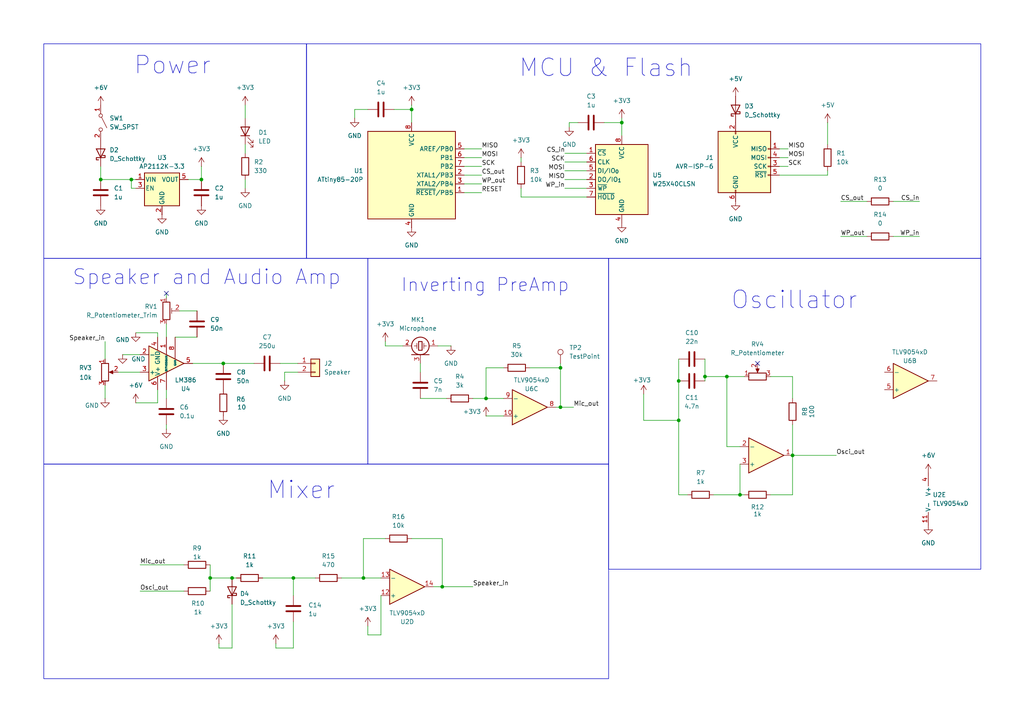
<source format=kicad_sch>
(kicad_sch (version 20250114) (generator "eeschema") (generator_version "9.0")
  (paper "A4")
  (lib_symbols
    (symbol "Amplifier_Audio:LM386" (pin_names (offset 0.127))
      (property "Reference" "U" (at 1.27 7.62 0))
      (property "Value" "LM386" (at 1.27 5.08 0))
      (symbol "LM386_0_1"
        (polyline (pts (xy 5.08 0) (xy -5.08 5.08) (xy -5.08 -5.08) (xy 5.08 0)) (stroke (width 0.254)) (fill (type background)))
      )
      (symbol "LM386_1_1"
        (pin input line (at -7.62 2.54 0) (length 2.54) (name "+") (number "3"))
        (pin input line (at -7.62 -2.54 0) (length 2.54) (name "-") (number "2"))
        (pin power_in line (at -2.54 7.62 270) (length 3.81) (name "V+") (number "6"))
        (pin power_in line (at -2.54 -7.62 90) (length 3.81) (name "GND") (number "4"))
        (pin input line (at 0 7.62 270) (length 5.08) (name "BYPASS") (number "7"))
        (pin input line (at 0 -7.62 90) (length 5.08) (name "GAIN") (number "1"))
        (pin input line (at 2.54 -7.62 90) (length 6.35) (name "GAIN") (number "8"))
        (pin output line (at 7.62 0 180) (length 2.54) (name "~") (number "5"))
      )
    )
    (symbol "Amplifier_Operational:TLV9054xD" (pin_names (offset 0.127))
      (property "Reference" "U" (at 0 5.08 0))
      (property "Value" "TLV9054xD" (at 0 -5.08 0))
      (symbol "TLV9054xD_1_1"
        (polyline (pts (xy -5.08 5.08) (xy 5.08 0) (xy -5.08 -5.08) (xy -5.08 5.08)) (stroke (width 0.254)) (fill (type background)))
        (pin input line (at -7.62 2.54 0) (length 2.54) (name "+") (number "3"))
        (pin input line (at -7.62 -2.54 0) (length 2.54) (name "-") (number "2"))
        (pin output line (at 7.62 0 180) (length 2.54) (name "~") (number "1"))
      )
      (symbol "TLV9054xD_2_1"
        (polyline (pts (xy -5.08 5.08) (xy 5.08 0) (xy -5.08 -5.08) (xy -5.08 5.08)) (stroke (width 0.254)) (fill (type background)))
        (pin input line (at -7.62 2.54 0) (length 2.54) (name "+") (number "5"))
        (pin input line (at -7.62 -2.54 0) (length 2.54) (name "-") (number "6"))
        (pin output line (at 7.62 0 180) (length 2.54) (name "~") (number "7"))
      )
      (symbol "TLV9054xD_3_1"
        (polyline (pts (xy -5.08 5.08) (xy 5.08 0) (xy -5.08 -5.08) (xy -5.08 5.08)) (stroke (width 0.254)) (fill (type background)))
        (pin input line (at -7.62 2.54 0) (length 2.54) (name "+") (number "10"))
        (pin input line (at -7.62 -2.54 0) (length 2.54) (name "-") (number "9"))
        (pin output line (at 7.62 0 180) (length 2.54) (name "~") (number "8"))
      )
      (symbol "TLV9054xD_4_1"
        (polyline (pts (xy -5.08 5.08) (xy 5.08 0) (xy -5.08 -5.08) (xy -5.08 5.08)) (stroke (width 0.254)) (fill (type background)))
        (pin input line (at -7.62 2.54 0) (length 2.54) (name "+") (number "12"))
        (pin input line (at -7.62 -2.54 0) (length 2.54) (name "-") (number "13"))
        (pin output line (at 7.62 0 180) (length 2.54) (name "~") (number "14"))
      )
      (symbol "TLV9054xD_5_1"
        (pin power_in line (at -2.54 7.62 270) (length 3.81) (name "V+") (number "4"))
        (pin power_in line (at -2.54 -7.62 90) (length 3.81) (name "V-") (number "11"))
      )
    )
    (symbol "Connector:AVR-ISP-6" (pin_names (offset 1.016))
      (property "Reference" "J" (at -6.35 11.43 0))
      (property "Value" "AVR-ISP-6" (at 0 11.43 0))
      (symbol "AVR-ISP-6_0_1"
        (rectangle (start -2.667 10.16) (end -2.413 9.398))
        (rectangle (start -2.667 -6.858) (end -2.413 -7.62))
        (rectangle (start 7.62 10.16) (end -7.62 -7.62) (stroke (width 0.254)) (fill (type background)))
        (rectangle (start 7.62 5.207) (end 6.858 4.953))
        (rectangle (start 7.62 2.667) (end 6.858 2.413))
        (rectangle (start 7.62 0.127) (end 6.858 -0.127))
        (rectangle (start 7.62 -2.413) (end 6.858 -2.667))
      )
      (symbol "AVR-ISP-6_1_1"
        (pin passive line (at -2.54 12.7 270) (length 2.54) (name "VCC") (number "2"))
        (pin passive line (at -2.54 -10.16 90) (length 2.54) (name "GND") (number "6"))
        (pin passive line (at 10.16 5.08 180) (length 2.54) (name "MISO") (number "1"))
        (pin passive line (at 10.16 2.54 180) (length 2.54) (name "MOSI") (number "4"))
        (pin passive line (at 10.16 0 180) (length 2.54) (name "SCK") (number "3"))
        (pin passive line (at 10.16 -2.54 180) (length 2.54) (name "~{RST}") (number "5"))
      )
    )
    (symbol "Connector:TestPoint" (pin_numbers (hide yes)) (pin_names (offset 0.762) (hide yes))
      (property "Reference" "TP" (at 0 6.858 0))
      (property "Value" "TestPoint" (at 0 5.08 0))
      (symbol "TestPoint_0_1"
        (circle (center 0 3.302) (radius 0.762))
      )
      (symbol "TestPoint_1_1"
        (pin passive line (at 0 0 90) (length 2.54) (name "1") (number "1"))
      )
    )
    (symbol "Connector_Generic:Conn_01x02" (pin_names (offset 1.016) (hide yes))
      (property "Reference" "J" (at 0 2.54 0))
      (property "Value" "Conn_01x02" (at 0 -5.08 0))
      (symbol "Conn_01x02_1_1"
        (rectangle (start -1.27 1.27) (end 1.27 -3.81) (stroke (width 0.254)) (fill (type background)))
        (rectangle (start -1.27 0.127) (end 0 -0.127) (stroke (width 0.1524)))
        (rectangle (start -1.27 -2.413) (end 0 -2.667) (stroke (width 0.1524)))
        (pin passive line (at -5.08 0 0) (length 3.81) (name "Pin_1") (number "1"))
        (pin passive line (at -5.08 -2.54 0) (length 3.81) (name "Pin_2") (number "2"))
      )
    )
    (symbol "Device:C" (pin_numbers (hide yes)) (pin_names (offset 0.254))
      (property "Reference" "C" (at 0.635 2.54 0))
      (property "Value" "C" (at 0.635 -2.54 0))
      (symbol "C_0_1"
        (polyline (pts (xy -2.032 0.762) (xy 2.032 0.762)) (stroke (width 0.508)))
        (polyline (pts (xy -2.032 -0.762) (xy 2.032 -0.762)) (stroke (width 0.508)))
      )
      (symbol "C_1_1"
        (pin passive line (at 0 3.81 270) (length 2.794) (name "~") (number "1"))
        (pin passive line (at 0 -3.81 90) (length 2.794) (name "~") (number "2"))
      )
    )
    (symbol "Device:D_Schottky" (pin_numbers (hide yes)) (pin_names (offset 1.016) (hide yes))
      (property "Reference" "D" (at 0 2.54 0))
      (property "Value" "D_Schottky" (at 0 -2.54 0))
      (symbol "D_Schottky_0_1"
        (polyline (pts (xy -1.905 0.635) (xy -1.905 1.27) (xy -1.27 1.27) (xy -1.27 -1.27) (xy -0.635 -1.27) (xy -0.635 -0.635)) (stroke (width 0.254)))
        (polyline (pts (xy 1.27 1.27) (xy 1.27 -1.27) (xy -1.27 0) (xy 1.27 1.27)) (stroke (width 0.254)))
        (polyline (pts (xy 1.27 0) (xy -1.27 0)))
      )
      (symbol "D_Schottky_1_1"
        (pin passive line (at -3.81 0 0) (length 2.54) (name "K") (number "1"))
        (pin passive line (at 3.81 0 180) (length 2.54) (name "A") (number "2"))
      )
    )
    (symbol "Device:LED" (pin_numbers (hide yes)) (pin_names (offset 1.016) (hide yes))
      (property "Reference" "D" (at 0 2.54 0))
      (property "Value" "LED" (at 0 -2.54 0))
      (symbol "LED_0_1"
        (polyline (pts (xy -3.048 -0.762) (xy -4.572 -2.286) (xy -3.81 -2.286) (xy -4.572 -2.286) (xy -4.572 -1.524)))
        (polyline (pts (xy -1.778 -0.762) (xy -3.302 -2.286) (xy -2.54 -2.286) (xy -3.302 -2.286) (xy -3.302 -1.524)))
        (polyline (pts (xy -1.27 0) (xy 1.27 0)))
        (polyline (pts (xy -1.27 -1.27) (xy -1.27 1.27)) (stroke (width 0.254)))
        (polyline (pts (xy 1.27 -1.27) (xy 1.27 1.27) (xy -1.27 0) (xy 1.27 -1.27)) (stroke (width 0.254)))
      )
      (symbol "LED_1_1"
        (pin passive line (at -3.81 0 0) (length 2.54) (name "K") (number "1"))
        (pin passive line (at 3.81 0 180) (length 2.54) (name "A") (number "2"))
      )
    )
    (symbol "Device:Microphone_Ultrasound" (pin_names (offset 0.0254) (hide yes))
      (property "Reference" "MK1" (at 3.81 1.9686 0))
      (property "Value" "Microphone_Ultrasound" (at 3.81 -0.5714 0))
      (symbol "Microphone_Ultrasound_0_1"
        (polyline (pts (xy -2.54 2.54) (xy -2.54 -2.54)) (stroke (width 0.254)))
        (rectangle (start -1.27 0.508) (end 1.27 -0.508) (stroke (width 0.254)))
        (polyline (pts (xy -0.762 1.016) (xy 0.762 1.016)))
        (polyline (pts (xy -0.762 -1.016) (xy 0.762 -1.016)))
        (polyline (pts (xy 0 1.016) (xy 0 1.778)))
        (circle (center 0 0) (radius 2.54) (stroke (width 0.254)))
        (polyline (pts (xy 0 -1.016) (xy 0 -1.778)))
        (polyline (pts (xy 0.254 3.81) (xy 0.762 3.81)))
        (polyline (pts (xy 0.508 4.064) (xy 0.508 3.556)))
      )
      (symbol "Microphone_Ultrasound_1_1"
        (pin passive line (at -5.08 0 0) (length 2.54) (name "+") (number "3"))
        (pin passive line (at 0 5.08 270) (length 2.54) (name "+") (number "2"))
        (pin passive line (at 0 -5.08 90) (length 2.54) (name "-") (number "1"))
      )
    )
    (symbol "Device:R" (pin_numbers (hide yes)) (pin_names (offset 0))
      (property "Reference" "R" (at 2.032 0 90))
      (property "Value" "R" (at 0 0 90))
      (symbol "R_0_1"
        (rectangle (start -1.016 -2.54) (end 1.016 2.54) (stroke (width 0.254)))
      )
      (symbol "R_1_1"
        (pin passive line (at 0 3.81 270) (length 1.27) (name "~") (number "1"))
        (pin passive line (at 0 -3.81 90) (length 1.27) (name "~") (number "2"))
      )
    )
    (symbol "Device:R_Potentiometer" (pin_names (offset 1.016) (hide yes))
      (property "Reference" "RV" (at -4.445 0 90))
      (property "Value" "R_Potentiometer" (at -2.54 0 90))
      (symbol "R_Potentiometer_0_1"
        (rectangle (start 1.016 2.54) (end -1.016 -2.54) (stroke (width 0.254)))
        (polyline (pts (xy 1.143 0) (xy 2.286 0.508) (xy 2.286 -0.508) (xy 1.143 0)) (fill (type outline)))
        (polyline (pts (xy 2.54 0) (xy 1.524 0)))
      )
      (symbol "R_Potentiometer_1_1"
        (pin passive line (at 0 3.81 270) (length 1.27) (name "1") (number "1"))
        (pin passive line (at 0 -3.81 90) (length 1.27) (name "3") (number "3"))
        (pin passive line (at 3.81 0 180) (length 1.27) (name "2") (number "2"))
      )
    )
    (symbol "Device:R_Potentiometer_Trim" (pin_names (offset 1.016) (hide yes))
      (property "Reference" "RV" (at -4.445 0 90))
      (property "Value" "R_Potentiometer_Trim" (at -2.54 0 90))
      (symbol "R_Potentiometer_Trim_0_1"
        (rectangle (start 1.016 2.54) (end -1.016 -2.54) (stroke (width 0.254)))
        (polyline (pts (xy 1.524 0.762) (xy 1.524 -0.762)))
        (polyline (pts (xy 2.54 0) (xy 1.524 0)))
      )
      (symbol "R_Potentiometer_Trim_1_1"
        (pin passive line (at 0 3.81 270) (length 1.27) (name "1") (number "1"))
        (pin passive line (at 0 -3.81 90) (length 1.27) (name "3") (number "3"))
        (pin passive line (at 3.81 0 180) (length 1.27) (name "2") (number "2"))
      )
    )
    (symbol "MCU_Microchip_ATtiny:ATtiny85-20P"
      (property "Reference" "U" (at -12.7 13.97 0))
      (property "Value" "ATtiny85-20P" (at 2.54 -13.97 0))
      (symbol "ATtiny85-20P_0_1"
        (rectangle (start -12.7 -12.7) (end 12.7 12.7) (stroke (width 0.254)) (fill (type background)))
      )
      (symbol "ATtiny85-20P_1_1"
        (pin power_in line (at 0 15.24 270) (length 2.54) (name "VCC") (number "8"))
        (pin power_in line (at 0 -15.24 90) (length 2.54) (name "GND") (number "4"))
        (pin bidirectional line (at 15.24 7.62 180) (length 2.54) (name "AREF/PB0") (number "5"))
        (pin bidirectional line (at 15.24 5.08 180) (length 2.54) (name "PB1") (number "6"))
        (pin bidirectional line (at 15.24 2.54 180) (length 2.54) (name "PB2") (number "7"))
        (pin bidirectional line (at 15.24 0 180) (length 2.54) (name "XTAL1/PB3") (number "2"))
        (pin bidirectional line (at 15.24 -2.54 180) (length 2.54) (name "XTAL2/PB4") (number "3"))
        (pin bidirectional line (at 15.24 -5.08 180) (length 2.54) (name "~{RESET}/PB5") (number "1"))
      )
    )
    (symbol "Memory_Flash:W25X40CLSN"
      (property "Reference" "U" (at -7.62 10.668 0))
      (property "Value" "W25X40CLSN" (at 2.54 10.668 0))
      (symbol "W25X40CLSN_0_1"
        (rectangle (start -7.62 10.16) (end 7.62 -10.16) (stroke (width 0.254)) (fill (type background)))
      )
      (symbol "W25X40CLSN_1_1"
        (pin input line (at -10.16 7.62 0) (length 2.54) (name "~{CS}") (number "1"))
        (pin input line (at -10.16 5.08 0) (length 2.54) (name "CLK") (number "6"))
        (pin bidirectional line (at -10.16 2.54 0) (length 2.54) (name "DI/IO_{0}") (number "5"))
        (pin bidirectional line (at -10.16 0 0) (length 2.54) (name "DO/IO_{1}") (number "2"))
        (pin bidirectional line (at -10.16 -2.54 0) (length 2.54) (name "~{WP}") (number "3"))
        (pin bidirectional line (at -10.16 -5.08 0) (length 2.54) (name "~{HOLD}") (number "7"))
        (pin power_in line (at 0 12.7 270) (length 2.54) (name "VCC") (number "8"))
        (pin power_in line (at 0 -12.7 90) (length 2.54) (name "GND") (number "4"))
      )
    )
    (symbol "Regulator_Linear:AP2112K-3.3" (pin_names (offset 0.254))
      (property "Reference" "U" (at -5.08 5.715 0))
      (property "Value" "AP2112K-3.3" (at 0 5.715 0))
      (symbol "AP2112K-3.3_0_1"
        (rectangle (start -5.08 4.445) (end 5.08 -5.08) (stroke (width 0.254)) (fill (type background)))
      )
      (symbol "AP2112K-3.3_1_1"
        (pin power_in line (at -7.62 2.54 0) (length 2.54) (name "VIN") (number "1"))
        (pin input line (at -7.62 0 0) (length 2.54) (name "EN") (number "3"))
        (pin power_in line (at 0 -7.62 90) (length 2.54) (name "GND") (number "2"))
        (pin no_connect line (at 5.08 0 180) (length 2.54) (hide yes) (name "NC") (number "4"))
        (pin power_out line (at 7.62 2.54 180) (length 2.54) (name "VOUT") (number "5"))
      )
    )
    (symbol "Switch:SW_SPST" (pin_names (offset 0) (hide yes))
      (property "Reference" "SW" (at 0 3.175 0))
      (property "Value" "SW_SPST" (at 0 -2.54 0))
      (symbol "SW_SPST_0_0"
        (circle (center -2.032 0) (radius 0.508))
        (polyline (pts (xy -1.524 0.254) (xy 1.524 1.778)))
        (circle (center 2.032 0) (radius 0.508))
      )
      (symbol "SW_SPST_1_1"
        (pin passive line (at -5.08 0 0) (length 2.54) (name "A") (number "1"))
        (pin passive line (at 5.08 0 180) (length 2.54) (name "B") (number "2"))
      )
    )
    (symbol "power:+3V3" (power) (pin_numbers (hide yes)) (pin_names (offset 0) (hide yes))
      (property "Value" "+3V3" (at 0 3.556 0))
      (symbol "+3V3_0_1"
        (polyline (pts (xy -0.762 1.27) (xy 0 2.54)))
        (polyline (pts (xy 0 2.54) (xy 0.762 1.27)))
        (polyline (pts (xy 0 0) (xy 0 2.54)))
      )
      (symbol "+3V3_1_1"
        (pin power_in line (at 0 0 90) (length 0) (name "~") (number "1"))
      )
    )
    (symbol "power:+5V" (power) (pin_numbers (hide yes)) (pin_names (offset 0) (hide yes))
      (property "Value" "+5V" (at 0 3.556 0))
      (symbol "+5V_0_1"
        (polyline (pts (xy -0.762 1.27) (xy 0 2.54)))
        (polyline (pts (xy 0 2.54) (xy 0.762 1.27)))
        (polyline (pts (xy 0 0) (xy 0 2.54)))
      )
      (symbol "+5V_1_1"
        (pin power_in line (at 0 0 90) (length 0) (name "~") (number "1"))
      )
    )
    (symbol "power:+6V" (power) (pin_numbers (hide yes)) (pin_names (offset 0) (hide yes))
      (property "Value" "+6V" (at 0 3.556 0))
      (symbol "+6V_0_1"
        (polyline (pts (xy -0.762 1.27) (xy 0 2.54)))
        (polyline (pts (xy 0 2.54) (xy 0.762 1.27)))
        (polyline (pts (xy 0 0) (xy 0 2.54)))
      )
      (symbol "+6V_1_1"
        (pin power_in line (at 0 0 90) (length 0) (name "~") (number "1"))
      )
    )
    (symbol "power:GND" (power) (pin_numbers (hide yes)) (pin_names (offset 0) (hide yes))
      (property "Value" "GND" (at 0 -3.81 0))
      (symbol "GND_0_1"
        (polyline (pts (xy 0 0) (xy 0 -1.27) (xy 1.27 -1.27) (xy 0 -2.54) (xy -1.27 -1.27) (xy 0 -1.27)))
      )
      (symbol "GND_1_1"
        (pin power_in line (at 0 0 270) (length 0) (name "~") (number "1"))
      )
    )
  )
  (rectangle (start 12.7 74.93) (end 106.68 134.62))
  (rectangle (start 106.68 74.93) (end 176.53 134.62))
  (rectangle (start 12.7 12.7) (end 88.9 74.93))
  (rectangle (start 88.9 12.7) (end 284.48 74.93))
  (rectangle (start 176.53 74.93) (end 284.48 165.1))
  (rectangle (start 12.7 134.62) (end 176.53 196.85))
  (text "MCU & Flash" (at 175.768 19.812 0) (effects (font (size 5.08 5.08))))
  (text "Inverting PreAmp" (at 140.716 82.804 0) (effects (font (size 3.81 3.81))))
  (text "Speaker and Audio Amp" (at 59.944 80.518 0) (effects (font (size 4.318 4.318))))
  (text "Oscillator" (at 230.378 87.122 0) (effects (font (size 5.08 5.08))))
  (text "Power" (at 50.038 19.05 0) (effects (font (size 5.08 5.08))))
  (text "Mixer" (at 87.376 142.24 0) (effects (font (size 5.08 5.08))))
  (junction (at 204.47 109.22))
  (junction (at 128.27 170.18))
  (junction (at 214.63 143.51))
  (junction (at 162.56 106.68))
  (junction (at 38.1 52.07))
  (junction (at 119.38 31.75))
  (junction (at 162.56 118.11))
  (junction (at 29.21 52.07))
  (junction (at 67.31 167.64))
  (junction (at 210.82 109.22))
  (junction (at 105.41 167.64))
  (junction (at 180.34 35.56))
  (junction (at 58.42 52.07))
  (junction (at 85.09 167.64))
  (junction (at 64.77 105.41))
  (junction (at 60.96 167.64))
  (junction (at 229.87 132.08))
  (junction (at 196.85 121.92))
  (junction (at 196.85 110.49))
  (junction (at 140.97 115.57))
  (no_connect (at 219.71 105.41))
  (no_connect (at 48.26 85.09))
  (wire (pts (xy 196.85 110.49) (xy 196.85 121.92)))
  (wire (pts (xy 229.87 123.19) (xy 229.87 132.08)))
  (wire (pts (xy 128.27 170.18) (xy 137.16 170.18)))
  (wire (pts (xy 102.87 31.75) (xy 106.68 31.75)))
  (wire (pts (xy 45.72 113.03) (xy 45.72 116.84)))
  (wire (pts (xy 67.31 175.26) (xy 67.31 187.96)))
  (wire (pts (xy 228.6 43.18) (xy 226.06 43.18)))
  (wire (pts (xy 259.08 58.42) (xy 266.7 58.42)))
  (wire (pts (xy 85.09 180.34) (xy 85.09 187.96)))
  (wire (pts (xy 199.39 143.51) (xy 196.85 143.51)))
  (wire (pts (xy 204.47 109.22) (xy 204.47 110.49)))
  (wire (pts (xy 210.82 129.54) (xy 214.63 129.54)))
  (wire (pts (xy 111.76 100.33) (xy 116.84 100.33)))
  (wire (pts (xy 71.12 30.48) (xy 71.12 34.29)))
  (wire (pts (xy 110.49 184.15) (xy 106.68 184.15)))
  (wire (pts (xy 55.88 105.41) (xy 64.77 105.41)))
  (wire (pts (xy 45.72 96.52) (xy 39.37 96.52)))
  (wire (pts (xy 50.8 97.79) (xy 57.15 97.79)))
  (wire (pts (xy 60.96 167.64) (xy 67.31 167.64)))
  (wire (pts (xy 243.84 68.58) (xy 251.46 68.58)))
  (wire (pts (xy 119.38 156.21) (xy 128.27 156.21)))
  (wire (pts (xy 162.56 105.41) (xy 162.56 106.68)))
  (wire (pts (xy 105.41 156.21) (xy 111.76 156.21)))
  (wire (pts (xy 228.6 45.72) (xy 226.06 45.72)))
  (wire (pts (xy 60.96 163.83) (xy 60.96 167.64)))
  (wire (pts (xy 210.82 109.22) (xy 210.82 129.54)))
  (wire (pts (xy 151.13 57.15) (xy 170.18 57.15)))
  (wire (pts (xy 48.26 85.09) (xy 48.26 86.36)))
  (wire (pts (xy 180.34 35.56) (xy 180.34 39.37)))
  (wire (pts (xy 35.56 102.87) (xy 40.64 102.87)))
  (wire (pts (xy 128.27 170.18) (xy 125.73 170.18)))
  (wire (pts (xy 82.55 107.95) (xy 86.36 107.95)))
  (wire (pts (xy 48.26 123.19) (xy 48.26 124.46)))
  (wire (pts (xy 60.96 167.64) (xy 60.96 171.45)))
  (wire (pts (xy 52.07 90.17) (xy 57.15 90.17)))
  (wire (pts (xy 39.37 54.61) (xy 38.1 54.61)))
  (wire (pts (xy 134.62 43.18) (xy 139.7 43.18)))
  (wire (pts (xy 163.83 54.61) (xy 170.18 54.61)))
  (wire (pts (xy 229.87 115.57) (xy 229.87 109.22)))
  (wire (pts (xy 105.41 167.64) (xy 110.49 167.64)))
  (wire (pts (xy 71.12 41.91) (xy 71.12 44.45)))
  (wire (pts (xy 210.82 109.22) (xy 215.9 109.22)))
  (wire (pts (xy 48.26 113.03) (xy 48.26 115.57)))
  (wire (pts (xy 64.77 105.41) (xy 73.66 105.41)))
  (wire (pts (xy 223.52 143.51) (xy 229.87 143.51)))
  (wire (pts (xy 151.13 57.15) (xy 151.13 54.61)))
  (wire (pts (xy 134.62 53.34) (xy 139.7 53.34)))
  (wire (pts (xy 85.09 167.64) (xy 85.09 172.72)))
  (wire (pts (xy 229.87 143.51) (xy 229.87 132.08)))
  (wire (pts (xy 81.28 105.41) (xy 86.36 105.41)))
  (wire (pts (xy 111.76 100.33) (xy 111.76 99.06)))
  (wire (pts (xy 119.38 31.75) (xy 119.38 35.56)))
  (wire (pts (xy 204.47 104.14) (xy 204.47 109.22)))
  (wire (pts (xy 140.97 120.65) (xy 146.05 120.65)))
  (wire (pts (xy 167.64 35.56) (xy 165.1 35.56)))
  (wire (pts (xy 204.47 109.22) (xy 210.82 109.22)))
  (wire (pts (xy 99.06 167.64) (xy 105.41 167.64)))
  (wire (pts (xy 80.01 187.96) (xy 80.01 186.69)))
  (wire (pts (xy 226.06 50.8) (xy 240.03 50.8)))
  (wire (pts (xy 85.09 187.96) (xy 80.01 187.96)))
  (wire (pts (xy 82.55 107.95) (xy 82.55 110.49)))
  (wire (pts (xy 30.48 99.06) (xy 30.48 104.14)))
  (wire (pts (xy 162.56 118.11) (xy 166.37 118.11)))
  (wire (pts (xy 29.21 52.07) (xy 38.1 52.07)))
  (wire (pts (xy 34.29 107.95) (xy 40.64 107.95)))
  (wire (pts (xy 58.42 48.26) (xy 58.42 52.07)))
  (wire (pts (xy 229.87 109.22) (xy 223.52 109.22)))
  (wire (pts (xy 38.1 54.61) (xy 38.1 52.07)))
  (wire (pts (xy 119.38 30.48) (xy 119.38 31.75)))
  (wire (pts (xy 128.27 156.21) (xy 128.27 170.18)))
  (wire (pts (xy 110.49 172.72) (xy 110.49 184.15)))
  (wire (pts (xy 165.1 35.56) (xy 165.1 36.83)))
  (wire (pts (xy 71.12 52.07) (xy 71.12 54.61)))
  (wire (pts (xy 134.62 55.88) (xy 139.7 55.88)))
  (wire (pts (xy 243.84 58.42) (xy 251.46 58.42)))
  (wire (pts (xy 48.26 93.98) (xy 48.26 97.79)))
  (wire (pts (xy 228.6 48.26) (xy 226.06 48.26)))
  (wire (pts (xy 214.63 143.51) (xy 215.9 143.51)))
  (wire (pts (xy 163.83 44.45) (xy 170.18 44.45)))
  (wire (pts (xy 119.38 31.75) (xy 114.3 31.75)))
  (wire (pts (xy 127 100.33) (xy 130.81 100.33)))
  (wire (pts (xy 196.85 104.14) (xy 196.85 110.49)))
  (wire (pts (xy 140.97 115.57) (xy 146.05 115.57)))
  (wire (pts (xy 121.92 105.41) (xy 121.92 107.95)))
  (wire (pts (xy 67.31 187.96) (xy 63.5 187.96)))
  (wire (pts (xy 67.31 167.64) (xy 68.58 167.64)))
  (wire (pts (xy 106.68 184.15) (xy 106.68 181.61)))
  (wire (pts (xy 63.5 187.96) (xy 63.5 186.69)))
  (wire (pts (xy 180.34 34.29) (xy 180.34 35.56)))
  (wire (pts (xy 29.21 48.26) (xy 29.21 52.07)))
  (wire (pts (xy 45.72 97.79) (xy 45.72 96.52)))
  (wire (pts (xy 207.01 143.51) (xy 214.63 143.51)))
  (wire (pts (xy 134.62 50.8) (xy 139.7 50.8)))
  (wire (pts (xy 196.85 143.51) (xy 196.85 121.92)))
  (wire (pts (xy 121.92 115.57) (xy 129.54 115.57)))
  (wire (pts (xy 163.83 52.07) (xy 170.18 52.07)))
  (wire (pts (xy 240.03 35.56) (xy 240.03 41.91)))
  (wire (pts (xy 161.29 118.11) (xy 162.56 118.11)))
  (wire (pts (xy 76.2 167.64) (xy 85.09 167.64)))
  (wire (pts (xy 240.03 49.53) (xy 240.03 50.8)))
  (wire (pts (xy 186.69 121.92) (xy 186.69 114.3)))
  (wire (pts (xy 102.87 31.75) (xy 102.87 34.29)))
  (wire (pts (xy 38.1 52.07) (xy 39.37 52.07)))
  (wire (pts (xy 137.16 115.57) (xy 140.97 115.57)))
  (wire (pts (xy 163.83 49.53) (xy 170.18 49.53)))
  (wire (pts (xy 163.83 46.99) (xy 170.18 46.99)))
  (wire (pts (xy 151.13 45.72) (xy 151.13 46.99)))
  (wire (pts (xy 134.62 45.72) (xy 139.7 45.72)))
  (wire (pts (xy 146.05 106.68) (xy 140.97 106.68)))
  (wire (pts (xy 214.63 143.51) (xy 214.63 134.62)))
  (wire (pts (xy 40.64 163.83) (xy 53.34 163.83)))
  (wire (pts (xy 45.72 116.84) (xy 39.37 116.84)))
  (wire (pts (xy 134.62 48.26) (xy 139.7 48.26)))
  (wire (pts (xy 153.67 106.68) (xy 162.56 106.68)))
  (wire (pts (xy 196.85 121.92) (xy 186.69 121.92)))
  (wire (pts (xy 229.87 132.08) (xy 242.57 132.08)))
  (wire (pts (xy 162.56 106.68) (xy 162.56 118.11)))
  (wire (pts (xy 54.61 52.07) (xy 58.42 52.07)))
  (wire (pts (xy 180.34 35.56) (xy 175.26 35.56)))
  (wire (pts (xy 40.64 171.45) (xy 53.34 171.45)))
  (wire (pts (xy 85.09 167.64) (xy 91.44 167.64)))
  (wire (pts (xy 140.97 106.68) (xy 140.97 115.57)))
  (wire (pts (xy 105.41 167.64) (xy 105.41 156.21)))
  (wire (pts (xy 259.08 68.58) (xy 266.7 68.58)))
  (wire (pts (xy 30.48 111.76) (xy 30.48 115.57)))
  (label "Osci_out" (at 40.64 171.45 0))
  (label "SCK" (at 139.7 48.26 0))
  (label "CS_in" (at 266.7 58.42 180))
  (label "MOSI" (at 228.6 45.72 0))
  (label "CS_out" (at 139.7 50.8 0))
  (label "CS_in" (at 163.9013 44.45 180))
  (label "MISO" (at 163.83 52.07 180))
  (label "Speaker_in" (at 30.48 99.06 180))
  (label "Speaker_in" (at 137.16 170.18 0))
  (label "MISO" (at 228.6 43.18 0))
  (label "WP_out" (at 139.7 53.34 0))
  (label "WP_in" (at 163.83 54.61 180))
  (label "WP_out" (at 243.84 68.58 0))
  (label "MISO" (at 139.7 43.18 0))
  (label "RESET" (at 139.7 55.88 0))
  (label "CS_out" (at 243.84 58.42 0))
  (label "MOSI" (at 163.83 49.53 180))
  (label "SCK" (at 228.6 48.26 0))
  (label "Mic_out" (at 166.37 118.11 0))
  (label "SCK" (at 163.83 46.99 180))
  (label "Mic_out" (at 40.64 163.83 0))
  (label "WP_in" (at 266.7 68.58 180))
  (label "Osci_out" (at 242.57 132.08 0))
  (label "MOSI" (at 139.7 45.72 0))
  (symbol (lib_id "power:+6V") (at 39.37 116.84 0) (unit 1)
    (property "Reference" "#PWR035" (effects (hide yes)))
    (property "Value" "+6V" (at 39.37 111.76 0))
    (property "Description" "Power symbol creates a global label with name \"+6V\"" (effects (hide yes)))
  )
  (symbol (lib_id "Device:R") (at 64.77 116.84 0) (unit 1)
    (property "Reference" "R6" (at 69.85 115.824 0))
    (property "Value" "10" (at 70.104 118.11 0))
    (property "Description" "Resistor" (effects (hide yes)))
  )
  (symbol (lib_id "Amplifier_Operational:TLV9054xD") (at 264.16 110.49 0) (mirror x) (unit 2)
    (property "Reference" "U6" (at 263.906 104.648 0))
    (property "Value" "TLV9054xD" (at 263.906 102.108 0))
    (property "Footprint" "Package_SO:SOIC-14_3.9x8.7mm_P1.27mm" (effects (hide yes)))
    (property "Datasheet" "https://www.ti.com/lit/ds/symlink/tlv9054.pdf" (effects (hide yes)))
    (property "Description" "Quad RRIO Operational Amplifiers, 15V/us slew rate, 33uVos, 5MHz GBW, SOIC-14" (effects (hide yes)))
  )
  (symbol (lib_id "power:GND") (at 46.99 62.23 0) (unit 1)
    (property "Reference" "#PWR01" (effects (hide yes)))
    (property "Value" "GND" (at 46.99 67.31 0))
    (property "Description" "Power symbol creates a global label with name \"GND\" , ground" (effects (hide yes)))
  )
  (symbol (lib_id "power:GND") (at 130.81 100.33 0) (unit 1)
    (property "Reference" "#PWR033" (effects (hide yes)))
    (property "Value" "GND" (at 130.81 105.41 0))
    (property "Description" "Power symbol creates a global label with name \"GND\" , ground" (effects (hide yes)))
  )
  (symbol (lib_id "power:GND") (at 29.21 59.69 0) (unit 1)
    (property "Reference" "#PWR02" (effects (hide yes)))
    (property "Value" "GND" (at 29.21 64.77 0))
    (property "Description" "Power symbol creates a global label with name \"GND\" , ground" (effects (hide yes)))
  )
  (symbol (lib_id "Device:R") (at 57.15 171.45 90) (unit 1)
    (property "Reference" "R10" (at 57.404 175.006 90))
    (property "Value" "1k" (at 57.404 177.546 90))
    (property "Description" "Resistor" (effects (hide yes)))
  )
  (symbol (lib_id "Device:R_Potentiometer") (at 219.71 109.22 90) (unit 1)
    (property "Reference" "RV4" (at 219.71 99.822 90))
    (property "Value" "R_Potentiometer" (at 219.71 102.362 90))
    (property "Description" "Potentiometer" (effects (hide yes)))
  )
  (symbol (lib_id "power:+3V3") (at 58.42 48.26 0) (unit 1)
    (property "Reference" "#PWR05" (effects (hide yes)))
    (property "Value" "+3V3" (at 58.42 43.18 0))
    (property "Description" "Power symbol creates a global label with name \"+3V3\"" (effects (hide yes)))
  )
  (symbol (lib_id "power:+3V3") (at 71.12 30.48 0) (unit 1)
    (property "Reference" "#PWR017" (effects (hide yes)))
    (property "Value" "+3V3" (at 71.12 25.4 0))
    (property "Description" "Power symbol creates a global label with name \"+3V3\"" (effects (hide yes)))
  )
  (symbol (lib_id "Device:D_Schottky") (at 213.36 31.75 90) (unit 1)
    (property "Reference" "D3" (at 215.9 30.7974 90) (effects (justify right)))
    (property "Value" "D_Schottky" (at 215.9 33.3374 90) (effects (justify right)))
    (property "Description" "Schottky diode" (effects (hide yes)))
  )
  (symbol (lib_id "power:+3V3") (at 63.5 186.69 0) (unit 1)
    (property "Reference" "#PWR031" (effects (hide yes)))
    (property "Value" "+3V3" (at 63.5 181.61 0))
    (property "Description" "Power symbol creates a global label with name \"+3V3\"" (effects (hide yes)))
  )
  (symbol (lib_id "power:GND") (at 119.38 66.04 0) (unit 1)
    (property "Reference" "#PWR07" (effects (hide yes)))
    (property "Value" "GND" (at 119.38 71.12 0))
    (property "Description" "Power symbol creates a global label with name \"GND\" , ground" (effects (hide yes)))
  )
  (symbol (lib_id "power:+3V3") (at 111.76 99.06 0) (unit 1)
    (property "Reference" "#PWR020" (effects (hide yes)))
    (property "Value" "+3V3" (at 111.76 93.98 0))
    (property "Description" "Power symbol creates a global label with name \"+3V3\"" (effects (hide yes)))
  )
  (symbol (lib_id "power:GND") (at 180.34 64.77 0) (unit 1)
    (property "Reference" "#PWR08" (effects (hide yes)))
    (property "Value" "GND" (at 180.34 69.85 0))
    (property "Description" "Power symbol creates a global label with name \"GND\" , ground" (effects (hide yes)))
  )
  (symbol (lib_id "Device:R") (at 95.25 167.64 90) (unit 1)
    (property "Reference" "R15" (at 95.25 161.29 90))
    (property "Value" "470" (at 95.25 163.83 90))
    (property "Description" "Resistor" (effects (hide yes)))
  )
  (symbol (lib_id "Amplifier_Operational:TLV9054xD") (at 222.25 132.08 0) (mirror x) (unit 1)
    (property "Reference" "U7" (effects (hide yes)))
    (property "Value" "TLV9054xD" (effects (hide yes)))
    (property "Footprint" "Package_SO:SOIC-14_3.9x8.7mm_P1.27mm" (effects (hide yes)))
    (property "Datasheet" "https://www.ti.com/lit/ds/symlink/tlv9054.pdf" (effects (hide yes)))
    (property "Description" "Quad RRIO Operational Amplifiers, 15V/us slew rate, 33uVos, 5MHz GBW, SOIC-14" (effects (hide yes)))
  )
  (symbol (lib_id "MCU_Microchip_ATtiny:ATtiny85-20P") (at 119.38 50.8 0) (unit 1)
    (property "Reference" "U1" (at 105.41 49.5299 0) (effects (justify right)))
    (property "Value" "ATtiny85-20P" (at 105.41 52.0699 0) (effects (justify right)))
    (property "Footprint" "Package_DIP:DIP-8_W7.62mm" (effects (hide yes)))
    (property "Datasheet" "http://ww1.microchip.com/downloads/en/DeviceDoc/atmel-2586-avr-8-bit-microcontroller-attiny25-attiny45-attiny85_datasheet.pdf" (effects (hide yes)))
    (property "Description" "20MHz, 8kB Flash, 512B SRAM, 512B EEPROM, debugWIRE, DIP-8" (effects (hide yes)))
  )
  (symbol (lib_id "Device:C") (at 57.15 93.98 180) (unit 1)
    (property "Reference" "C9" (at 60.96 92.7099 0) (effects (justify right)))
    (property "Value" "50n" (at 60.96 95.2499 0) (effects (justify right)))
    (property "Description" "Unpolarized capacitor" (effects (hide yes)))
  )
  (symbol (lib_id "Device:C") (at 64.77 109.22 180) (unit 1)
    (property "Reference" "C8" (at 68.58 107.9499 0) (effects (justify right)))
    (property "Value" "50n" (at 68.58 110.4899 0) (effects (justify right)))
    (property "Description" "Unpolarized capacitor" (effects (hide yes)))
  )
  (symbol (lib_id "Device:R") (at 203.2 143.51 90) (unit 1)
    (property "Reference" "R7" (at 203.2 137.16 90))
    (property "Value" "1k" (at 203.2 139.7 90))
    (property "Description" "Resistor" (effects (hide yes)))
  )
  (symbol (lib_id "power:GND") (at 64.77 120.65 0) (unit 1)
    (property "Reference" "#PWR025" (effects (hide yes)))
    (property "Value" "GND" (at 64.77 125.73 0))
    (property "Description" "Power symbol creates a global label with name \"GND\" , ground" (effects (hide yes)))
  )
  (symbol (lib_id "Device:D_Schottky") (at 67.31 171.45 90) (unit 1)
    (property "Reference" "D4" (at 69.596 172.212 90) (effects (justify right)))
    (property "Value" "D_Schottky" (at 69.596 174.752 90) (effects (justify right)))
    (property "Description" "Schottky diode" (effects (hide yes)))
  )
  (symbol (lib_id "Regulator_Linear:AP2112K-3.3") (at 46.99 54.61 0) (unit 1)
    (property "Reference" "U3" (at 46.99 45.72 0))
    (property "Value" "AP2112K-3.3" (at 46.99 48.26 0))
    (property "Footprint" "Package_TO_SOT_SMD:SOT-23-5" (effects (hide yes)))
    (property "Datasheet" "https://www.diodes.com/assets/Datasheets/AP2112.pdf" (effects (hide yes)))
    (property "Description" "600mA low dropout linear regulator, with enable pin, 3.8V-6V input voltage range, 3.3V fixed positive output, SOT-23-5" (effects (hide yes)))
  )
  (symbol (lib_id "Device:C") (at 48.26 119.38 180) (unit 1)
    (property "Reference" "C6" (at 52.07 118.1099 0) (effects (justify right)))
    (property "Value" "0.1u" (at 52.07 120.6499 0) (effects (justify right)))
    (property "Description" "Unpolarized capacitor" (effects (hide yes)))
  )
  (symbol (lib_id "Device:Microphone_Ultrasound") (at 121.92 100.33 90) (unit 1)
    (property "Reference" "MK1" (at 121.2215 92.71 90))
    (property "Value" "Microphone" (at 121.2215 95.25 90))
    (property "Description" "Ultrasound receiver" (effects (hide yes)))
  )
  (symbol (lib_id "Connector_Generic:Conn_01x02") (at 91.44 105.41 0) (unit 1)
    (property "Reference" "J2" (at 93.98 105.4099 0) (effects (justify left)))
    (property "Value" "Speaker" (at 93.98 107.9499 0) (effects (justify left)))
    (property "Description" "Generic connector, single row, 01x02, script generated (kicad-library-utils/schlib/autogen/connector/)" (effects (hide yes)))
  )
  (symbol (lib_id "Device:D_Schottky") (at 29.21 44.45 90) (unit 1)
    (property "Reference" "D2" (at 31.75 43.4974 90) (effects (justify right)))
    (property "Value" "D_Schottky" (at 31.75 46.0374 90) (effects (justify right)))
    (property "Description" "Schottky diode" (effects (hide yes)))
  )
  (symbol (lib_id "power:+6V") (at 29.21 30.48 0) (unit 1)
    (property "Reference" "#PWR04" (effects (hide yes)))
    (property "Value" "+6V" (at 29.21 25.4 0))
    (property "Description" "Power symbol creates a global label with name \"+6V\"" (effects (hide yes)))
  )
  (symbol (lib_id "Device:C") (at 58.42 55.88 0) (unit 1)
    (property "Reference" "C2" (at 62.23 54.6099 0) (effects (justify left)))
    (property "Value" "1u" (at 62.23 57.1499 0) (effects (justify left)))
    (property "Description" "Unpolarized capacitor" (effects (hide yes)))
  )
  (symbol (lib_id "power:GND") (at 58.42 59.69 0) (unit 1)
    (property "Reference" "#PWR03" (effects (hide yes)))
    (property "Value" "GND" (at 58.42 64.77 0))
    (property "Description" "Power symbol creates a global label with name \"GND\" , ground" (effects (hide yes)))
  )
  (symbol (lib_id "Device:C") (at 110.49 31.75 90) (unit 1)
    (property "Reference" "C4" (at 110.49 24.13 90))
    (property "Value" "1u" (at 110.49 26.67 90))
    (property "Description" "Unpolarized capacitor" (effects (hide yes)))
  )
  (symbol (lib_id "Device:C") (at 77.47 105.41 90) (unit 1)
    (property "Reference" "C7" (at 77.47 97.79 90))
    (property "Value" "250u" (at 77.47 100.33 90))
    (property "Description" "Unpolarized capacitor" (effects (hide yes)))
  )
  (symbol (lib_id "power:GND") (at 48.26 124.46 0) (unit 1)
    (property "Reference" "#PWR022" (effects (hide yes)))
    (property "Value" "GND" (at 48.26 129.54 0))
    (property "Description" "Power symbol creates a global label with name \"GND\" , ground" (effects (hide yes)))
  )
  (symbol (lib_id "power:+3V3") (at 180.34 34.29 0) (unit 1)
    (property "Reference" "#PWR09" (effects (hide yes)))
    (property "Value" "+3V3" (at 180.34 29.21 0))
    (property "Description" "Power symbol creates a global label with name \"+3V3\"" (effects (hide yes)))
  )
  (symbol (lib_id "power:+3V3") (at 80.01 186.69 0) (unit 1)
    (property "Reference" "#PWR027" (effects (hide yes)))
    (property "Value" "+3V3" (at 80.01 181.61 0))
    (property "Description" "Power symbol creates a global label with name \"+3V3\"" (effects (hide yes)))
  )
  (symbol (lib_id "power:+3V3") (at 186.69 114.3 0) (unit 1)
    (property "Reference" "#PWR019" (effects (hide yes)))
    (property "Value" "+3V3" (at 186.182 110.236 0))
    (property "Description" "Power symbol creates a global label with name \"+3V3\"" (effects (hide yes)))
  )
  (symbol (lib_id "power:GND") (at 165.1 36.83 0) (unit 1)
    (property "Reference" "#PWR010" (effects (hide yes)))
    (property "Value" "GND" (at 165.1 41.91 0))
    (property "Description" "Power symbol creates a global label with name \"GND\" , ground" (effects (hide yes)))
  )
  (symbol (lib_id "power:GND") (at 213.36 58.42 0) (unit 1)
    (property "Reference" "#PWR014" (effects (hide yes)))
    (property "Value" "GND" (at 213.36 63.5 0))
    (property "Description" "Power symbol creates a global label with name \"GND\" , ground" (effects (hide yes)))
  )
  (symbol (lib_id "Device:R") (at 255.27 58.42 270) (unit 1)
    (property "Reference" "R13" (at 255.27 52.07 90))
    (property "Value" "0" (at 255.27 54.61 90))
    (property "Description" "Resistor" (effects (hide yes)))
  )
  (symbol (lib_id "power:+3V3") (at 106.68 181.61 0) (unit 1)
    (property "Reference" "#PWR024" (effects (hide yes)))
    (property "Value" "+3V3" (at 106.68 176.53 0))
    (property "Description" "Power symbol creates a global label with name \"+3V3\"" (effects (hide yes)))
  )
  (symbol (lib_id "Device:R_Potentiometer") (at 30.48 107.95 0) (unit 1)
    (property "Reference" "RV3" (at 26.67 106.68 0) (effects (justify right)))
    (property "Value" "10k" (at 26.67 109.474 0) (effects (justify right)))
    (property "Description" "Potentiometer" (effects (hide yes)))
  )
  (symbol (lib_id "Connector:AVR-ISP-6") (at 215.9 48.26 0) (unit 1)
    (property "Reference" "J1" (at 207.01 45.7199 0) (effects (justify right)))
    (property "Value" "AVR-ISP-6" (at 207.01 48.2599 0) (effects (justify right)))
    (property "Description" "Atmel 6-pin ISP connector" (effects (hide yes)))
  )
  (symbol (lib_id "Device:R") (at 240.03 45.72 0) (unit 1)
    (property "Reference" "R1" (at 242.57 44.4499 0) (effects (justify left)))
    (property "Value" "10k" (at 242.57 46.9899 0) (effects (justify left)))
    (property "Description" "Resistor" (effects (hide yes)))
  )
  (symbol (lib_id "Memory_Flash:W25X40CLSN") (at 180.34 52.07 0) (unit 1)
    (property "Reference" "U5" (at 189.23 50.7999 0) (effects (justify left)))
    (property "Value" "W25X40CLSN" (at 189.23 53.3399 0) (effects (justify left)))
    (property "Footprint" "Package_SO:SOIC-8_3.9x4.9mm_P1.27mm" (effects (hide yes)))
    (property "Datasheet" "https://www.winbond.com/resource-files/W25X40CL_G%2020210505.pdf" (effects (hide yes)))
    (property "Description" "4Mbit / 512KiB Serial Flash memory, Standard/Dual I/O SPI, 2.3-3.6V, SOIC-8 (150 mil)" (effects (hide yes)))
  )
  (symbol (lib_id "power:+3V3") (at 140.97 120.65 0) (unit 1)
    (property "Reference" "#PWR021" (effects (hide yes)))
    (property "Value" "+3V3" (at 136.906 119.38 0))
    (property "Description" "Power symbol creates a global label with name \"+3V3\"" (effects (hide yes)))
  )
  (symbol (lib_id "Device:C") (at 85.09 176.53 0) (unit 1)
    (property "Reference" "C14" (at 89.408 175.514 0) (effects (justify left)))
    (property "Value" "1u" (at 89.408 178.054 0) (effects (justify left)))
    (property "Description" "Unpolarized capacitor" (effects (hide yes)))
  )
  (symbol (lib_id "Device:R") (at 151.13 50.8 0) (unit 1)
    (property "Reference" "R3" (at 153.67 49.5299 0) (effects (justify left)))
    (property "Value" "10k" (at 153.67 52.0699 0) (effects (justify left)))
    (property "Description" "Resistor" (effects (hide yes)))
  )
  (symbol (lib_id "Connector:TestPoint") (at 162.56 105.41 0) (unit 1)
    (property "Reference" "TP2" (at 165.1 100.8379 0) (effects (justify left)))
    (property "Value" "TestPoint" (at 165.1 103.3779 0) (effects (justify left)))
    (property "Description" "test point" (effects (hide yes)))
  )
  (symbol (lib_id "Device:C") (at 200.66 104.14 90) (unit 1)
    (property "Reference" "C10" (at 200.66 96.52 90))
    (property "Value" "22n" (at 200.66 99.06 90))
    (property "Description" "Unpolarized capacitor" (effects (hide yes)))
  )
  (symbol (lib_id "Device:R") (at 72.39 167.64 90) (unit 1)
    (property "Reference" "R11" (at 72.39 161.29 90))
    (property "Value" "1k" (at 72.39 163.83 90))
    (property "Description" "Resistor" (effects (hide yes)))
  )
  (symbol (lib_id "power:+5V") (at 213.36 27.94 0) (unit 1)
    (property "Reference" "#PWR06" (effects (hide yes)))
    (property "Value" "+5V" (at 213.36 22.86 0))
    (property "Description" "Power symbol creates a global label with name \"+5V\"" (effects (hide yes)))
  )
  (symbol (lib_id "power:GND") (at 71.12 54.61 0) (unit 1)
    (property "Reference" "#PWR015" (effects (hide yes)))
    (property "Value" "GND" (at 71.12 59.69 0))
    (property "Description" "Power symbol creates a global label with name \"GND\" , ground" (effects (hide yes)))
  )
  (symbol (lib_id "Device:C") (at 200.66 110.49 90) (unit 1)
    (property "Reference" "C11" (at 200.66 115.316 90))
    (property "Value" "4.7n" (at 200.66 117.856 90))
    (property "Description" "Unpolarized capacitor" (effects (hide yes)))
  )
  (symbol (lib_id "power:+3V3") (at 119.38 30.48 0) (unit 1)
    (property "Reference" "#PWR012" (effects (hide yes)))
    (property "Value" "+3V3" (at 119.38 25.4 0))
    (property "Description" "Power symbol creates a global label with name \"+3V3\"" (effects (hide yes)))
  )
  (symbol (lib_id "power:+5V") (at 240.03 35.56 0) (unit 1)
    (property "Reference" "#PWR013" (effects (hide yes)))
    (property "Value" "+5V" (at 240.03 30.48 0))
    (property "Description" "Power symbol creates a global label with name \"+5V\"" (effects (hide yes)))
  )
  (symbol (lib_id "Device:R") (at 71.12 48.26 0) (unit 1)
    (property "Reference" "R2" (at 73.66 46.9899 0) (effects (justify left)))
    (property "Value" "330" (at 73.66 49.5299 0) (effects (justify left)))
    (property "Description" "Resistor" (effects (hide yes)))
  )
  (symbol (lib_id "power:GND") (at 30.48 115.57 0) (unit 1)
    (property "Reference" "#PWR034" (effects (hide yes)))
    (property "Value" "GND" (at 26.67 117.602 0))
    (property "Description" "Power symbol creates a global label with name \"GND\" , ground" (effects (hide yes)))
  )
  (symbol (lib_id "Amplifier_Audio:LM386") (at 48.26 105.41 0) (mirror x) (unit 1)
    (property "Reference" "U4" (at 53.848 112.776 0))
    (property "Value" "LM386" (at 53.848 110.236 0))
    (property "Datasheet" "http://www.ti.com/lit/ds/symlink/lm386.pdf" (effects (hide yes)))
    (property "Description" "Low Voltage Audio Power Amplifier, DIP-8/SOIC-8/SSOP-8" (effects (hide yes)))
  )
  (symbol (lib_id "power:GND") (at 39.37 96.52 0) (unit 1)
    (property "Reference" "#PWR036" (effects (hide yes)))
    (property "Value" "GND" (at 35.56 98.552 0))
    (property "Description" "Power symbol creates a global label with name \"GND\" , ground" (effects (hide yes)))
  )
  (symbol (lib_id "Device:R") (at 149.86 106.68 90) (unit 1)
    (property "Reference" "R5" (at 149.86 100.33 90))
    (property "Value" "30k" (at 149.86 102.87 90))
    (property "Description" "Resistor" (effects (hide yes)))
  )
  (symbol (lib_id "Device:R") (at 133.35 115.57 90) (unit 1)
    (property "Reference" "R4" (at 133.35 109.22 90))
    (property "Value" "3k" (at 133.35 111.76 90))
    (property "Description" "Resistor" (effects (hide yes)))
  )
  (symbol (lib_id "power:GND") (at 102.87 34.29 0) (unit 1)
    (property "Reference" "#PWR011" (effects (hide yes)))
    (property "Value" "GND" (at 102.87 39.37 0))
    (property "Description" "Power symbol creates a global label with name \"GND\" , ground" (effects (hide yes)))
  )
  (symbol (lib_id "power:GND") (at 82.55 110.49 0) (unit 1)
    (property "Reference" "#PWR026" (effects (hide yes)))
    (property "Value" "GND" (at 82.55 115.57 0))
    (property "Description" "Power symbol creates a global label with name \"GND\" , ground" (effects (hide yes)))
  )
  (symbol (lib_id "power:GND") (at 269.24 152.4 0) (unit 1)
    (property "Reference" "#PWR018" (effects (hide yes)))
    (property "Value" "GND" (at 269.24 157.48 0))
    (property "Description" "Power symbol creates a global label with name \"GND\" , ground" (effects (hide yes)))
  )
  (symbol (lib_id "Device:R_Potentiometer_Trim") (at 48.26 90.17 0) (unit 1)
    (property "Reference" "RV1" (at 45.72 88.8999 0) (effects (justify right)))
    (property "Value" "R_Potentiometer_Trim" (at 45.72 91.4399 0) (effects (justify right)))
    (property "Description" "Trim-potentiometer" (effects (hide yes)))
  )
  (symbol (lib_id "Device:C") (at 171.45 35.56 90) (unit 1)
    (property "Reference" "C3" (at 171.45 27.94 90))
    (property "Value" "1u" (at 171.45 30.48 90))
    (property "Description" "Unpolarized capacitor" (effects (hide yes)))
  )
  (symbol (lib_id "Device:R") (at 219.71 143.51 90) (unit 1)
    (property "Reference" "R12" (at 219.71 147.066 90))
    (property "Value" "1k" (at 219.71 149.098 90))
    (property "Description" "Resistor" (effects (hide yes)))
  )
  (symbol (lib_id "Device:C") (at 29.21 55.88 0) (unit 1)
    (property "Reference" "C1" (at 33.02 54.6099 0) (effects (justify left)))
    (property "Value" "1u" (at 33.02 57.1499 0) (effects (justify left)))
    (property "Description" "Unpolarized capacitor" (effects (hide yes)))
  )
  (symbol (lib_id "power:+3V3") (at 151.13 45.72 0) (unit 1)
    (property "Reference" "#PWR016" (effects (hide yes)))
    (property "Value" "+3V3" (at 151.13 40.64 0))
    (property "Description" "Power symbol creates a global label with name \"+3V3\"" (effects (hide yes)))
  )
  (symbol (lib_id "power:+6V") (at 269.24 137.16 0) (unit 1)
    (property "Reference" "#PWR029" (effects (hide yes)))
    (property "Value" "+6V" (at 269.24 132.08 0))
    (property "Description" "Power symbol creates a global label with name \"+6V\"" (effects (hide yes)))
  )
  (symbol (lib_id "power:GND") (at 35.56 102.87 0) (unit 1)
    (property "Reference" "#PWR023" (effects (hide yes)))
    (property "Value" "GND" (at 38.1 104.1399 0) (effects (justify left)))
    (property "Description" "Power symbol creates a global label with name \"GND\" , ground" (effects (hide yes)))
  )
  (symbol (lib_id "Device:LED") (at 71.12 38.1 90) (unit 1)
    (property "Reference" "D1" (at 74.93 38.4174 90) (effects (justify right)))
    (property "Value" "LED" (at 74.93 40.9574 90) (effects (justify right)))
    (property "Description" "Light emitting diode" (effects (hide yes)))
    (property "Sim.Pins" "1=K 2=A" (effects (hide yes)))
  )
  (symbol (lib_id "Device:R") (at 57.15 163.83 90) (unit 1)
    (property "Reference" "R9" (at 57.15 159.004 90))
    (property "Value" "1k" (at 57.15 161.544 90))
    (property "Description" "Resistor" (effects (hide yes)))
  )
  (symbol (lib_id "Amplifier_Operational:TLV9054xD") (at 118.11 170.18 0) (mirror x) (unit 4)
    (property "Reference" "U2" (at 118.11 180.34 0))
    (property "Value" "TLV9054xD" (at 118.11 177.8 0))
    (property "Footprint" "Package_SO:SOIC-14_3.9x8.7mm_P1.27mm" (effects (hide yes)))
    (property "Datasheet" "https://www.ti.com/lit/ds/symlink/tlv9054.pdf" (effects (hide yes)))
    (property "Description" "Quad RRIO Operational Amplifiers, 15V/us slew rate, 33uVos, 5MHz GBW, SOIC-14" (effects (hide yes)))
  )
  (symbol (lib_id "Device:R") (at 255.27 68.58 270) (unit 1)
    (property "Reference" "R14" (at 255.27 62.23 90))
    (property "Value" "0" (at 255.27 64.77 90))
    (property "Description" "Resistor" (effects (hide yes)))
  )
  (symbol (lib_id "Switch:SW_SPST") (at 29.21 35.56 270) (unit 1)
    (property "Reference" "SW1" (at 31.75 34.2899 90) (effects (justify left)))
    (property "Value" "SW_SPST" (at 31.75 36.8299 90) (effects (justify left)))
    (property "Description" "Single Pole Single Throw (SPST) switch" (effects (hide yes)))
  )
  (symbol (lib_id "Device:R") (at 229.87 119.38 180) (unit 1)
    (property "Reference" "R8" (at 233.426 119.38 90))
    (property "Value" "100" (at 235.458 119.38 90))
    (property "Description" "Resistor" (effects (hide yes)))
  )
  (symbol (lib_id "Device:C") (at 121.92 111.76 0) (unit 1)
    (property "Reference" "C5" (at 125.73 110.4899 0) (effects (justify left)))
    (property "Value" "7n" (at 125.73 113.0299 0) (effects (justify left)))
    (property "Description" "Unpolarized capacitor" (effects (hide yes)))
  )
  (symbol (lib_id "Amplifier_Operational:TLV9054xD") (at 153.67 118.11 0) (mirror x) (unit 3)
    (property "Reference" "U6" (at 154.178 112.776 0))
    (property "Value" "TLV9054xD" (at 154.178 110.236 0))
    (property "Footprint" "Package_SO:SOIC-14_3.9x8.7mm_P1.27mm" (effects (hide yes)))
    (property "Datasheet" "https://www.ti.com/lit/ds/symlink/tlv9054.pdf" (effects (hide yes)))
    (property "Description" "Quad RRIO Operational Amplifiers, 15V/us slew rate, 33uVos, 5MHz GBW, SOIC-14" (effects (hide yes)))
  )
  (symbol (lib_id "Device:R") (at 115.57 156.21 90) (unit 1)
    (property "Reference" "R16" (at 115.57 149.86 90))
    (property "Value" "10k" (at 115.57 152.4 90))
    (property "Description" "Resistor" (effects (hide yes)))
  )
  (symbol (lib_id "Amplifier_Operational:TLV9054xD") (at 271.78 144.78 0) (unit 5)
    (property "Reference" "U2" (at 270.51 143.5099 0) (effects (justify left)))
    (property "Value" "TLV9054xD" (at 270.51 146.0499 0) (effects (justify left)))
    (property "Footprint" "Package_SO:SOIC-14_3.9x8.7mm_P1.27mm" (effects (hide yes)))
    (property "Datasheet" "https://www.ti.com/lit/ds/symlink/tlv9054.pdf" (effects (hide yes)))
    (property "Description" "Quad RRIO Operational Amplifiers, 15V/us slew rate, 33uVos, 5MHz GBW, SOIC-14" (effects (hide yes)))
  )
)
</source>
